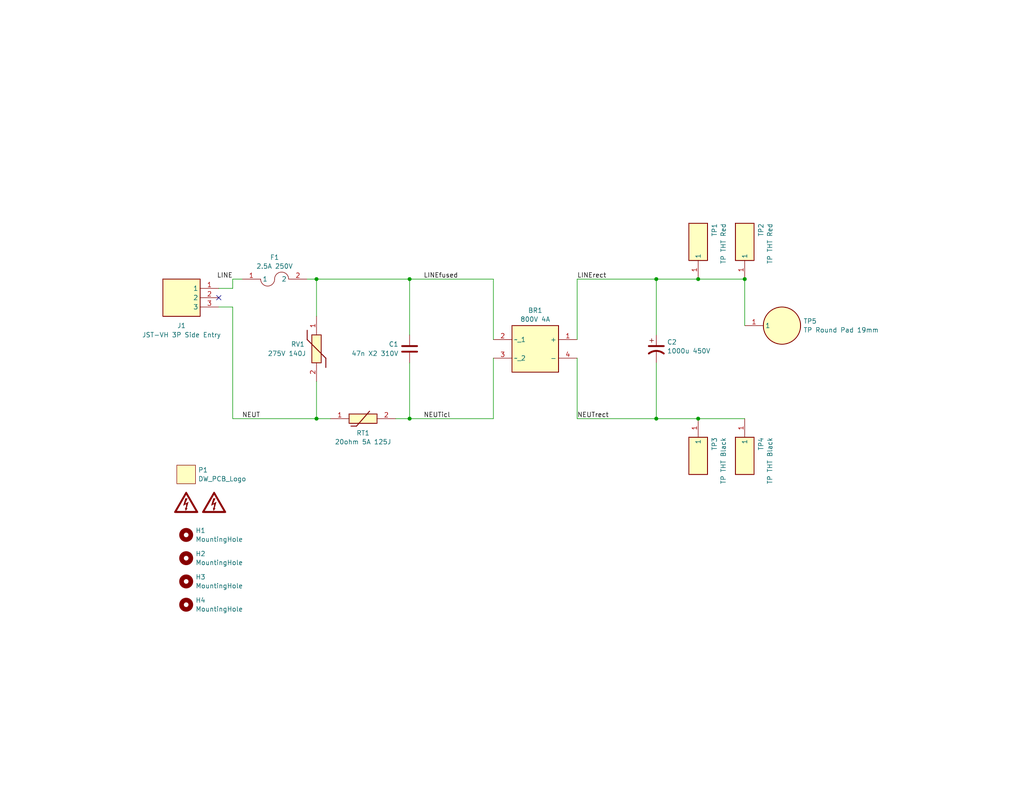
<source format=kicad_sch>
(kicad_sch (version 20231120) (generator "eeschema") (generator_version "8.0")
  (paper "USLetter")
  (title_block (title "1024A Capacitor Test PCB") (date "2024-07-31") (rev "1") (company "Copyright © 2024 Dan Wilson") (comment 4 "Capacitor Test PCB"))
  (lib_symbols
    (symbol "DW_CircuitProtection:[F] Littelfuse TE5-372"
      (property "Reference" "F1" (at 1.905 6.985 0))
      (property "Value" "2.5A 250V" (at -0.635 4.445 0))
      (symbol "[F] Littelfuse TE5-372_1_1"
        (pin passive line (at -5.08 0 0) (length 5.08) (name "1") (number "1"))
        (pin passive line (at 12.7 0 180) (length 5.08) (name "2") (number "2"))
      )
    )
    (symbol "DW_CircuitProtection:[RT] Ametherm SL22 20005 ICL" (pin_names hide)
      (property "Reference" "RT" (at 6.35 7.62 0))
      (property "Value" "SL22 20005" (at 2.54 5.08 0))
      (symbol "[RT] Ametherm SL22 20005 ICL_1_1"
        (pin passive line (at 0 0 0) (length 5.08) (name "1") (number "1"))
        (pin passive line (at 17.78 0 180) (length 5.08) (name "2") (number "2"))
      )
    )
    (symbol "DW_CircuitProtection:[RV] Littelfuse MOV V275LA40AP" (pin_names hide)
      (property "Reference" "RV" (at 6.35 7.62 0))
      (property "Value" "275V 140J" (at 3.81 5.08 0))
      (symbol "[RV] Littelfuse MOV V275LA40AP_1_1"
        (pin passive line (at 0 0 0) (length 5.08) (name "1") (number "1"))
        (pin passive line (at 17.78 0 180) (length 5.08) (name "2") (number "2"))
      )
    )
    (symbol "DW_Connectors:[J] JST-VH 3P Side Entry"
      (property "Reference" "J" (at 8.89 7.62 0))
      (property "Value" "JST-VH 3P Side Entry" (at 1.905 5.08 0))
      (symbol "[J] JST-VH 3P Side Entry_1_1"
        (pin passive line (at 0 0 0) (length 5.08) (name "1") (number "1"))
        (pin passive line (at 0 -2.54 0) (length 5.08) (name "2") (number "2"))
        (pin passive line (at 0 -5.08 0) (length 5.08) (name "3") (number "3"))
      )
    )
    (symbol "DW_Connectors:[TP] Keystone Elec THT TP 5005 Red"
      (property "Reference" "TP" (at 7.62 7.62 0))
      (property "Value" "TP THT Red" (at 7.62 5.08 0))
      (symbol "[TP] Keystone Elec THT TP 5005 Red_1_1"
        (pin passive line (at 0 0 0) (length 5.08) (name "1") (number "1"))
      )
    )
    (symbol "DW_Connectors:[TP] Keystone Elec THT TP 5006 Black"
      (property "Reference" "TP" (at 7.62 7.62 0))
      (property "Value" "TP THT Black" (at 7.62 5.08 0))
      (symbol "[TP] Keystone Elec THT TP 5006 Black_1_1"
        (pin passive line (at 0 0 0) (length 5.08) (name "1") (number "1"))
      )
    )
    (symbol "DW_Connectors:[TP] Round Pad for Test Lead"
      (property "Reference" "TP" (at 5.08 8.89 0))
      (property "Value" "TP Round Pad 19mm" (at 6.35 6.35 0))
      (symbol "[TP] Round Pad for Test Lead_1_1"
        (pin passive line (at -5.08 0 0) (length 5.08) (name "1") (number "1"))
      )
    )
    (symbol "DW_Mechanical:DW_PCB_Logo"
      (property "Reference" "P" (at 0 3.81 0))
      (property "Value" "DW_PCB_Logo" (at 0 -3.81 0))
    )
    (symbol "DW_Mechanical:High_Voltage_6.5mm" (pin_names (offset 1.016)))
    (symbol "DW_Passives:[C] Kemet ALC70C102EH450 Al Elec Cap 450V 1000uF" (pin_numbers hide) (pin_names (offset 0) hide)
      (property "Reference" "C" (at 3.81 1.27 0))
      (property "Value" "1000u 450V" (at 8.89 -1.27 0))
      (symbol "[C] Kemet ALC70C102EH450 Al Elec Cap 450V 1000uF_1_0"
        (pin no_connect line (at -6.35 -2.54 90) (length 2.54) hide (name "~") (number "NC1"))
        (pin no_connect line (at -7.62 -2.54 90) (length 2.54) hide (name "~") (number "NC2"))
      )
      (symbol "[C] Kemet ALC70C102EH450 Al Elec Cap 450V 1000uF_1_1"
        (pin passive line (at 0 3.81 270) (length 2.794) (name "~") (number "1"))
        (pin passive line (at 0 -3.81 90) (length 3.302) (name "~") (number "2"))
      )
    )
    (symbol "DW_Passives:[C] Kemet Film Cap X2 47n 310V" (pin_numbers hide) (pin_names (offset 0.254))
      (property "Reference" "C" (at 0.635 2.54 0))
      (property "Value" "47n X2 310V" (at 0.635 -2.54 0))
      (symbol "[C] Kemet Film Cap X2 47n 310V_1_1"
        (pin passive line (at 0 3.81 270) (length 2.794) (name "~") (number "1"))
        (pin passive line (at 0 -3.81 90) (length 2.794) (name "~") (number "2"))
      )
    )
    (symbol "DW_Semiconductors:[BR] Vishay 800V 4A Bridge Rectifier GBL08E-E3_P"
      (property "Reference" "BR" (at 8.89 7.62 0))
      (property "Value" "800V 4A" (at 7.62 5.08 0))
      (symbol "[BR] Vishay 800V 4A Bridge Rectifier GBL08E-E3_P_1_1"
        (pin passive line (at 22.86 -1.27 180) (length 5.08) (name "+") (number "1"))
        (pin passive line (at 0 -1.27 0) (length 5.08) (name "~_1") (number "2"))
        (pin passive line (at 0 -6.35 0) (length 5.08) (name "~_2") (number "3"))
        (pin passive line (at 22.86 -6.35 180) (length 5.08) (name "-") (number "4"))
      )
    )
    (symbol "Mechanical:MountingHole" (pin_names (offset 1.016)) (exclude_from_sim yes) (in_bom no)
      (property "Reference" "H" (at 0 5.08 0))
      (property "Value" "MountingHole" (at 0 3.175 0))
    )
  )
  (junction (at 111.76 76.2))
  (junction (at 179.07 76.2))
  (junction (at 203.2 76.2))
  (junction (at 86.36 114.3))
  (junction (at 179.07 114.3))
  (junction (at 86.36 76.2))
  (junction (at 190.5 114.3))
  (junction (at 111.76 114.3))
  (junction (at 190.5 76.2))
  (no_connect (at 59.69 81.28))
  (wire (pts (xy 203.2 76.2) (xy 203.2 88.9)))
  (wire (pts (xy 83.82 76.2) (xy 86.36 76.2)))
  (wire (pts (xy 157.48 97.79) (xy 157.48 114.3)))
  (wire (pts (xy 63.5 83.82) (xy 63.5 114.3)))
  (wire (pts (xy 59.69 83.82) (xy 63.5 83.82)))
  (wire (pts (xy 134.62 114.3) (xy 134.62 97.79)))
  (wire (pts (xy 111.76 114.3) (xy 134.62 114.3)))
  (wire (pts (xy 157.48 114.3) (xy 179.07 114.3)))
  (wire (pts (xy 111.76 76.2) (xy 111.76 91.44)))
  (wire (pts (xy 86.36 76.2) (xy 86.36 86.36)))
  (wire (pts (xy 157.48 92.71) (xy 157.48 76.2)))
  (wire (pts (xy 86.36 114.3) (xy 86.36 104.14)))
  (wire (pts (xy 63.5 114.3) (xy 86.36 114.3)))
  (wire (pts (xy 157.48 76.2) (xy 179.07 76.2)))
  (wire (pts (xy 134.62 76.2) (xy 134.62 92.71)))
  (wire (pts (xy 63.5 76.2) (xy 63.5 78.74)))
  (wire (pts (xy 179.07 76.2) (xy 179.07 91.44)))
  (wire (pts (xy 179.07 114.3) (xy 179.07 99.06)))
  (wire (pts (xy 179.07 114.3) (xy 190.5 114.3)))
  (wire (pts (xy 111.76 76.2) (xy 134.62 76.2)))
  (wire (pts (xy 63.5 78.74) (xy 59.69 78.74)))
  (wire (pts (xy 179.07 76.2) (xy 190.5 76.2)))
  (wire (pts (xy 190.5 76.2) (xy 203.2 76.2)))
  (wire (pts (xy 86.36 76.2) (xy 111.76 76.2)))
  (wire (pts (xy 190.5 114.3) (xy 203.2 114.3)))
  (wire (pts (xy 86.36 114.3) (xy 90.17 114.3)))
  (wire (pts (xy 107.95 114.3) (xy 111.76 114.3)))
  (wire (pts (xy 63.5 76.2) (xy 66.04 76.2)))
  (wire (pts (xy 111.76 114.3) (xy 111.76 99.06)))
  (label "NEUT" (at 66.04 114.3 0))
  (label "LINErect" (at 157.48 76.2 0))
  (label "NEUTicl" (at 115.57 114.3 0))
  (label "NEUTrect" (at 157.48 114.3 0))
  (label "LINEfused" (at 115.57 76.2 0))
  (label "LINE" (at 63.5 76.2 180))
  (symbol (lib_id "DW_Connectors:[TP] Keystone Elec THT TP 5005 Red") (at 190.5 76.2 90) (unit 1)
    (property "Reference" "TP1" (at 194.945 60.96 0) (effects (justify right)))
    (property "Value" "TP THT Red" (at 197.3693 60.96 0) (effects (justify right)))
    (property "Footprint" "DW_Connectors:[TP] Keystone Elec TP THT 5005 Red" (effects (hide yes)))
    (property "Datasheet" "https://www.mouser.com/datasheet/2/215/5005_5009-741322.pdf" (effects (hide yes)))
    (property "Description" "Test Point, PC, Snap in Mounting,  Compact, Red Base" (effects (hide yes)))
    (property "Height" "5.6" (effects (hide yes)))
    (property "Mouser Part Number" "534-5005" (effects (hide yes)))
    (property "Mouser Price/Stock" "https://www.mouser.com/ProductDetail/Keystone-Electronics/5005?qs=q0tsjPZWdm%252BiIco20yB3BQ%3D%3D" (effects (hide yes)))
    (property "Manufacturer_Name" "Keystone Electronics" (effects (hide yes)))
    (property "Manufacturer_Part_Number" "5005" (effects (hide yes)))
  )
  (symbol (lib_id "DW_Connectors:[TP] Round Pad for Test Lead") (at 208.28 88.9 0) (unit 1) (exclude_from_sim yes) (in_bom no)
    (property "Reference" "TP5" (at 219.2 87.6878 0) (effects (justify left)))
    (property "Value" "TP Round Pad 19mm" (at 219.2 90.1121 0) (effects (justify left)))
    (property "Footprint" "DW_Connectors:[TP] Round Pad for Test Lead" (effects (hide yes)))
    (property "Description" "Round Pad for Test Lead 19mm" (effects (hide yes)))
  )
  (symbol (lib_id "Mechanical:MountingHole") (at 50.8 158.75 0) (unit 1) (exclude_from_sim yes) (in_bom no)
    (property "Reference" "H3" (at 53.34 157.5378 0) (effects (justify left)))
    (property "Value" "MountingHole" (at 53.34 159.9621 0) (effects (justify left)))
    (property "Footprint" "MountingHole:MountingHole_3.2mm_M3" (effects (hide yes)))
    (property "Description" "Mounting Hole without connection" (effects (hide yes)))
  )
  (symbol (lib_id "DW_CircuitProtection:[RV] Littelfuse MOV V275LA40AP") (at 86.36 86.36 270) (unit 1)
    (property "Reference" "RV1" (at 79.375 93.98 90) (effects (justify left)))
    (property "Value" "275V 140J" (at 73.025 96.52 90) (effects (justify left)))
    (property "Footprint" "DW_CircuitProtection:[RV] Littelfuse MOV V275LA40AP" (effects (hide yes)))
    (property "Datasheet" "https://www.mouser.com/datasheet/2/240/media-3323714.pdf" (effects (hide yes)))
    (property "Description" "Littelfuse, LA Metal Oxide Varistor 900pF 100A, Clamping 710V, Varistor 473V" (effects (hide yes)))
    (property "Height" "26.5" (effects (hide yes)))
    (property "Mouser Part Number" "576-V275LA40AP" (effects (hide yes)))
    (property "Mouser Price/Stock" "https://www.mouser.com/ProductDetail/Littelfuse/V275LA40AP?qs=Mty3Fo4ApVihzZDsMCd%252BxQ%3D%3D" (effects (hide yes)))
    (property "Manufacturer_Name" "LITTELFUSE" (effects (hide yes)))
    (property "Manufacturer_Part_Number" "V275LA40AP" (effects (hide yes)))
  )
  (symbol (lib_id "DW_Connectors:[TP] Keystone Elec THT TP 5006 Black") (at 203.2 114.3 270) (unit 1)
    (property "Reference" "TP4" (at 207.645 119.38 0) (effects (justify left)))
    (property "Value" "TP THT Black" (at 210.0693 119.38 0) (effects (justify left)))
    (property "Footprint" "DW_Connectors:[TP] Keystone Elec TP THT 5006 Black" (effects (hide yes)))
    (property "Datasheet" "https://www.mouser.com/datasheet/2/215/5005_5009-743680.pdf" (effects (hide yes)))
    (property "Description" "Test Point, PC, Snap in Mounting,  Compact, Black Base" (effects (hide yes)))
    (property "Height" "5.6" (effects (hide yes)))
    (property "Mouser Part Number" "534-5006" (effects (hide yes)))
    (property "Mouser Price/Stock" "https://www.mouser.com/ProductDetail/Keystone-Electronics/5006?qs=q0tsjPZWdm99DN5QVOwb8g%3D%3D" (effects (hide yes)))
    (property "Manufacturer_Name" "Keystone Electronics" (effects (hide yes)))
    (property "Manufacturer_Part_Number" "5006" (effects (hide yes)))
  )
  (symbol (lib_id "DW_Mechanical:High_Voltage_6.5mm") (at 50.8 137.16 0) (unit 1) (exclude_from_sim yes) (in_bom no)
    (property "Reference" "G1" (effects (hide yes)))
    (property "Value" "High_Voltage_6.5mm" (effects (hide yes)))
    (property "Footprint" "DW_Mechanical:High_Voltage_6.5mm" (effects (hide yes)))
  )
  (symbol (lib_id "DW_Mechanical:High_Voltage_6.5mm") (at 58.42 137.16 0) (unit 1) (exclude_from_sim yes) (in_bom no)
    (property "Reference" "G2" (effects (hide yes)))
    (property "Value" "High_Voltage_6.5mm" (effects (hide yes)))
    (property "Footprint" "DW_Mechanical:High_Voltage_6.5mm" (effects (hide yes)))
  )
  (symbol (lib_id "DW_CircuitProtection:[F] Littelfuse TE5-372") (at 71.12 76.2 0) (unit 1)
    (property "Reference" "F1" (at 74.933 70.2715 0))
    (property "Value" "2.5A 250V" (at 74.933 72.6958 0))
    (property "Footprint" "DW_CircuitProtection:[F] Littelfuse TE5-372" (effects (hide yes)))
    (property "Datasheet" "https://www.mouser.com/datasheet/2/240/media-3320444.pdf" (effects (hide yes)))
    (property "Description" "1A 250V AC DC Fuse Board Mount (Cartridge Style Excluded) Through Hole Radial, Rectangle, Vertical" (effects (hide yes)))
    (property "Height" "8" (effects (hide yes)))
    (property "Mouser Part Number" "576-39212500440" (effects (hide yes)))
    (property "Mouser Price/Stock" "https://www.mouser.com/ProductDetail/Littelfuse/39212500440?qs=c4XZgm4o%252BwK5%252B4Ac9n6Y%252BA%3D%3D" (effects (hide yes)))
    (property "Manufacturer_Name" "Littelfuse" (effects (hide yes)))
    (property "Manufacturer_Part_Number" "39212500440" (effects (hide yes)))
  )
  (symbol (lib_id "DW_CircuitProtection:[RT] Ametherm SL22 20005 ICL") (at 90.17 114.3 0) (unit 1)
    (property "Reference" "RT1" (at 99.06 118.2257 0))
    (property "Value" "20ohm 5A 125J" (at 99.06 120.65 0))
    (property "Footprint" "DW_CircuitProtection:[RT] Ametherm SL22 20005 ICL" (effects (hide yes)))
    (property "Datasheet" "https://www.mouser.com/datasheet/2/600/SL2220005-276636.pdf" (effects (hide yes)))
    (property "Description" "Inrush Current Limiters 22mm 20ohms 5A" (effects (hide yes)))
    (property "Height" "31.35" (effects (hide yes)))
    (property "Mouser Part Number" "995-SL22-20005" (effects (hide yes)))
    (property "Mouser Price/Stock" "https://www.mouser.com/ProductDetail/Ametherm/SL22-20005?qs=PVyXUKBeRH3ShXanrNm8zg%3D%3D" (effects (hide yes)))
    (property "Manufacturer_Name" "AMETHERM" (effects (hide yes)))
    (property "Manufacturer_Part_Number" "SL22 20005" (effects (hide yes)))
  )
  (symbol (lib_id "Mechanical:MountingHole") (at 50.8 146.05 0) (unit 1) (exclude_from_sim yes) (in_bom no)
    (property "Reference" "H1" (at 53.34 144.8378 0) (effects (justify left)))
    (property "Value" "MountingHole" (at 53.34 147.2621 0) (effects (justify left)))
    (property "Footprint" "MountingHole:MountingHole_3.2mm_M3" (effects (hide yes)))
    (property "Description" "Mounting Hole without connection" (effects (hide yes)))
  )
  (symbol (lib_id "DW_Connectors:[J] JST-VH 3P Side Entry") (at 59.69 78.74 0) (mirror y) (unit 1)
    (property "Reference" "J1" (at 49.53 88.9 0))
    (property "Value" "JST-VH 3P Side Entry" (at 49.53 91.44 0))
    (property "Footprint" "DW_Connectors:[J] JST-VN 3P Side Entry" (effects (hide yes)))
    (property "Datasheet" "https://www.jst-mfg.com/product/pdf/eng/eVH.pdf" (effects (hide yes)))
    (property "Description" "JST VH Series, 3.96mm Pitch 3 Way 1 Row Right Angle PCB Header, Solder Termination, 10A" (effects (hide yes)))
    (property "Height" "10.5" (effects (hide yes)))
    (property "Manufacturer_Name" "JST (JAPAN SOLDERLESS TERMINALS)" (effects (hide yes)))
    (property "Manufacturer_Part_Number" "B3PS-VH" (effects (hide yes)))
    (property "Digikey Part Number" "455-B3PS-VH-ND" (effects (hide yes)))
    (property "Digikey Price/Stock" "https://www.digikey.com/en/products/detail/jst-sales-america-inc/B3PS-VH/926556?s=N4IgTCBcDaIEIGYAKBlAtANQBIgLoF8g" (effects (hide yes)))
  )
  (symbol (lib_id "DW_Connectors:[TP] Keystone Elec THT TP 5005 Red") (at 203.2 76.2 90) (unit 1)
    (property "Reference" "TP2" (at 207.645 60.96 0) (effects (justify right)))
    (property "Value" "TP THT Red" (at 210.0693 60.96 0) (effects (justify right)))
    (property "Footprint" "DW_Connectors:[TP] Keystone Elec TP THT 5005 Red" (effects (hide yes)))
    (property "Datasheet" "https://www.mouser.com/datasheet/2/215/5005_5009-741322.pdf" (effects (hide yes)))
    (property "Description" "Test Point, PC, Snap in Mounting,  Compact, Red Base" (effects (hide yes)))
    (property "Height" "5.6" (effects (hide yes)))
    (property "Mouser Part Number" "534-5005" (effects (hide yes)))
    (property "Mouser Price/Stock" "https://www.mouser.com/ProductDetail/Keystone-Electronics/5005?qs=q0tsjPZWdm%252BiIco20yB3BQ%3D%3D" (effects (hide yes)))
    (property "Manufacturer_Name" "Keystone Electronics" (effects (hide yes)))
    (property "Manufacturer_Part_Number" "5005" (effects (hide yes)))
  )
  (symbol (lib_id "DW_Mechanical:DW_PCB_Logo") (at 50.8 129.54 0) (unit 1) (exclude_from_sim yes) (in_bom no)
    (property "Reference" "P1" (at 54.0512 128.3278 0) (effects (justify left)))
    (property "Value" "DW_PCB_Logo" (at 54.0512 130.7521 0) (effects (justify left)))
    (property "Footprint" "DW_Mechanical:DW_PCB_Logo" (effects (hide yes)))
  )
  (symbol (lib_id "Mechanical:MountingHole") (at 50.8 152.4 0) (unit 1) (exclude_from_sim yes) (in_bom no)
    (property "Reference" "H2" (at 53.34 151.1878 0) (effects (justify left)))
    (property "Value" "MountingHole" (at 53.34 153.6121 0) (effects (justify left)))
    (property "Footprint" "MountingHole:MountingHole_3.2mm_M3" (effects (hide yes)))
    (property "Description" "Mounting Hole without connection" (effects (hide yes)))
  )
  (symbol (lib_id "Mechanical:MountingHole") (at 50.8 165.1 0) (unit 1) (exclude_from_sim yes) (in_bom no)
    (property "Reference" "H4" (at 53.34 163.8878 0) (effects (justify left)))
    (property "Value" "MountingHole" (at 53.34 166.3121 0) (effects (justify left)))
    (property "Footprint" "MountingHole:MountingHole_3.2mm_M3" (effects (hide yes)))
    (property "Description" "Mounting Hole without connection" (effects (hide yes)))
  )
  (symbol (lib_id "DW_Connectors:[TP] Keystone Elec THT TP 5006 Black") (at 190.5 114.3 270) (unit 1)
    (property "Reference" "TP3" (at 194.945 119.38 0) (effects (justify left)))
    (property "Value" "TP THT Black" (at 197.3693 119.38 0) (effects (justify left)))
    (property "Footprint" "DW_Connectors:[TP] Keystone Elec TP THT 5006 Black" (effects (hide yes)))
    (property "Datasheet" "https://www.mouser.com/datasheet/2/215/5005_5009-743680.pdf" (effects (hide yes)))
    (property "Description" "Test Point, PC, Snap in Mounting,  Compact, Black Base" (effects (hide yes)))
    (property "Height" "5.6" (effects (hide yes)))
    (property "Mouser Part Number" "534-5006" (effects (hide yes)))
    (property "Mouser Price/Stock" "https://www.mouser.com/ProductDetail/Keystone-Electronics/5006?qs=q0tsjPZWdm99DN5QVOwb8g%3D%3D" (effects (hide yes)))
    (property "Manufacturer_Name" "Keystone Electronics" (effects (hide yes)))
    (property "Manufacturer_Part_Number" "5006" (effects (hide yes)))
  )
  (symbol (lib_id "DW_Passives:[C] Kemet ALC70C102EH450 Al Elec Cap 450V 1000uF") (at 179.07 95.25 0) (unit 1)
    (property "Reference" "C2" (at 181.991 93.4028 0) (effects (justify left)))
    (property "Value" "1000u 450V" (at 181.991 95.8271 0) (effects (justify left)))
    (property "Footprint" "DW_Passives:[C] Kemet ALC70C102EH450 Al Elec Cap 450V 1000uF" (effects (hide yes)))
    (property "Datasheet" "https://content.kemet.com/datasheets/KEM_A4081_ALC70.pdf" (effects (hide yes)))
    (property "Description" "450V 1000uF Aluminum Electrolytic Cap" (effects (hide yes)))
    (property "Height" "60" (effects (hide yes)))
    (property "Manufacturer_Name" "Kemet" (effects (hide yes)))
    (property "Manufacturer_Part_Number" "ALC70C102EH450" (effects (hide yes)))
    (property "Mouser Part Number" "80-ALC70C102EH450" (effects (hide yes)))
    (property "Mouser Price/Stock" "https://www.mouser.com/ProductDetail/KEMET/ALC70C102EH450?qs=sGAEpiMZZMvwFf0viD3Y3fHxNcSaiftwu7zOclNQJSf2Rl4mgMawvA%3D%3D" (effects (hide yes)))
  )
  (symbol (lib_id "DW_Semiconductors:[BR] Vishay 800V 4A Bridge Rectifier GBL08E-E3_P") (at 134.62 91.44 0) (unit 1)
    (property "Reference" "BR1" (at 146.05 84.7555 0))
    (property "Value" "800V 4A" (at 146.05 87.1798 0))
    (property "Footprint" "DW_Semiconductors:[BR] Vishay 800V 4A Bridge Rectifier GBL08EE3P" (effects (hide yes)))
    (property "Datasheet" "https://www.vishay.com/docs/98472/gblxxe.pdf" (effects (hide yes)))
    (property "Description" "Bridge Rectifier Single Phase Standard 800 V Through Hole GBL" (effects (hide yes)))
    (property "Height" "13.2" (effects (hide yes)))
    (property "Mouser Part Number" "78-GBL08E-E3/P" (effects (hide yes)))
    (property "Mouser Price/Stock" "https://www.mouser.com/ProductDetail/Vishay-General-Semiconductor/GBL08E-E3-P?qs=HoCaDK9Nz5d8prUnbYh%252Bpw%3D%3D" (effects (hide yes)))
    (property "Manufacturer_Name" "Vishay" (effects (hide yes)))
    (property "Manufacturer_Part_Number" "GBL08E-E3/P" (effects (hide yes)))
  )
  (symbol (lib_id "DW_Passives:[C] Kemet Film Cap X2 47n 310V") (at 111.76 95.25 0) (unit 1)
    (property "Reference" "C1" (at 106.045 93.98 0) (effects (justify left)))
    (property "Value" "47n X2 310V" (at 95.885 96.52 0) (effects (justify left)))
    (property "Footprint" "DW_Passives:[C] Kemet Film Cap 47n 310V X2" (effects (hide yes)))
    (property "Datasheet" "https://content.kemet.com/datasheets/KEM_F3001_F861_X2_310.pdf" (effects (hide yes)))
    (property "Description" "47n 310V X2" (effects (hide yes)))
    (property "Height" "12" (effects (hide yes)))
    (property "Manufacturer_Name" "Kemet" (effects (hide yes)))
    (property "Manufacturer_Part_Number" "F861KM473M310C" (effects (hide yes)))
    (property "Mouser Part Number" "80-F861KM473M310C" (effects (hide yes)))
    (property "Mouser Price/Stock" "https://www.mouser.com/ProductDetail/KEMET/F861KM473M310C?qs=8sjaHP9aaypF0AhqggDZQw%3D%3D" (effects (hide yes)))
  )
)
</source>
